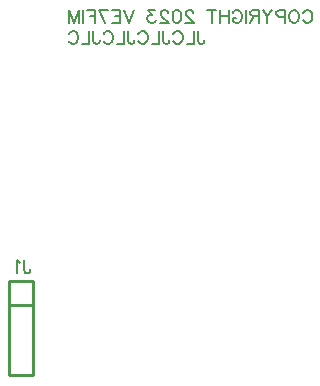
<source format=gbo>
G04 Layer: BottomSilkscreenLayer*
G04 EasyEDA v6.5.34, 2023-09-07 21:51:12*
G04 4e1002d8ee0c4305b874fa033b0cf6ff,5a6b42c53f6a479593ecc07194224c93,10*
G04 Gerber Generator version 0.2*
G04 Scale: 100 percent, Rotated: No, Reflected: No *
G04 Dimensions in millimeters *
G04 leading zeros omitted , absolute positions ,4 integer and 5 decimal *
%FSLAX45Y45*%
%MOMM*%

%ADD10C,0.1520*%
%ADD11C,0.1524*%
%ADD12C,0.2540*%

%LPD*%
D10*
X1878444Y5423938D02*
G01*
X1878444Y5340812D01*
X1883641Y5325224D01*
X1888835Y5320029D01*
X1899226Y5314835D01*
X1909617Y5314835D01*
X1920008Y5320029D01*
X1925205Y5325224D01*
X1930400Y5340812D01*
X1930400Y5351203D01*
X1844154Y5423938D02*
G01*
X1844154Y5314835D01*
X1844154Y5314835D02*
G01*
X1781810Y5314835D01*
X1669587Y5397962D02*
G01*
X1674784Y5408353D01*
X1685175Y5418744D01*
X1695564Y5423938D01*
X1716346Y5423938D01*
X1726737Y5418744D01*
X1737128Y5408353D01*
X1742325Y5397962D01*
X1747520Y5382374D01*
X1747520Y5356397D01*
X1742325Y5340812D01*
X1737128Y5330421D01*
X1726737Y5320029D01*
X1716346Y5314835D01*
X1695564Y5314835D01*
X1685175Y5320029D01*
X1674784Y5330421D01*
X1669587Y5340812D01*
X1583344Y5423938D02*
G01*
X1583344Y5340812D01*
X1588538Y5325224D01*
X1593735Y5320029D01*
X1604124Y5314835D01*
X1614515Y5314835D01*
X1624906Y5320029D01*
X1630103Y5325224D01*
X1635297Y5340812D01*
X1635297Y5351203D01*
X1549054Y5423938D02*
G01*
X1549054Y5314835D01*
X1549054Y5314835D02*
G01*
X1486707Y5314835D01*
X1374485Y5397962D02*
G01*
X1379682Y5408353D01*
X1390073Y5418744D01*
X1400464Y5423938D01*
X1421244Y5423938D01*
X1431635Y5418744D01*
X1442026Y5408353D01*
X1447223Y5397962D01*
X1452417Y5382374D01*
X1452417Y5356397D01*
X1447223Y5340812D01*
X1442026Y5330421D01*
X1431635Y5320029D01*
X1421244Y5314835D01*
X1400464Y5314835D01*
X1390073Y5320029D01*
X1379682Y5330421D01*
X1374485Y5340812D01*
X1288242Y5423938D02*
G01*
X1288242Y5340812D01*
X1293436Y5325224D01*
X1298633Y5320029D01*
X1309024Y5314835D01*
X1319415Y5314835D01*
X1329804Y5320029D01*
X1335001Y5325224D01*
X1340195Y5340812D01*
X1340195Y5351203D01*
X1253952Y5423938D02*
G01*
X1253952Y5314835D01*
X1253952Y5314835D02*
G01*
X1191605Y5314835D01*
X1079385Y5397962D02*
G01*
X1084579Y5408353D01*
X1094971Y5418744D01*
X1105362Y5423938D01*
X1126144Y5423938D01*
X1136535Y5418744D01*
X1146924Y5408353D01*
X1152121Y5397962D01*
X1157315Y5382374D01*
X1157315Y5356397D01*
X1152121Y5340812D01*
X1146924Y5330421D01*
X1136535Y5320029D01*
X1126144Y5314835D01*
X1105362Y5314835D01*
X1094971Y5320029D01*
X1084579Y5330421D01*
X1079385Y5340812D01*
X993139Y5423938D02*
G01*
X993139Y5340812D01*
X998334Y5325224D01*
X1003531Y5320029D01*
X1013922Y5314835D01*
X1024313Y5314835D01*
X1034704Y5320029D01*
X1039898Y5325224D01*
X1045095Y5340812D01*
X1045095Y5351203D01*
X958850Y5423938D02*
G01*
X958850Y5314835D01*
X958850Y5314835D02*
G01*
X896505Y5314835D01*
X784283Y5397962D02*
G01*
X789477Y5408353D01*
X799868Y5418744D01*
X810260Y5423938D01*
X831042Y5423938D01*
X841433Y5418744D01*
X851824Y5408353D01*
X857018Y5397962D01*
X862215Y5382374D01*
X862215Y5356397D01*
X857018Y5340812D01*
X851824Y5330421D01*
X841433Y5320029D01*
X831042Y5314835D01*
X810260Y5314835D01*
X799868Y5320029D01*
X789477Y5330421D01*
X784283Y5340812D01*
D11*
X2766867Y5575762D02*
G01*
X2772064Y5586153D01*
X2782455Y5596544D01*
X2792844Y5601738D01*
X2813626Y5601738D01*
X2824017Y5596544D01*
X2834408Y5586153D01*
X2839605Y5575762D01*
X2844800Y5560174D01*
X2844800Y5534197D01*
X2839605Y5518612D01*
X2834408Y5508221D01*
X2824017Y5497829D01*
X2813626Y5492635D01*
X2792844Y5492635D01*
X2782455Y5497829D01*
X2772064Y5508221D01*
X2766867Y5518612D01*
X2701404Y5601738D02*
G01*
X2711795Y5596544D01*
X2722186Y5586153D01*
X2727383Y5575762D01*
X2732577Y5560174D01*
X2732577Y5534197D01*
X2727383Y5518612D01*
X2722186Y5508221D01*
X2711795Y5497829D01*
X2701404Y5492635D01*
X2680624Y5492635D01*
X2670233Y5497829D01*
X2659842Y5508221D01*
X2654645Y5518612D01*
X2649451Y5534197D01*
X2649451Y5560174D01*
X2654645Y5575762D01*
X2659842Y5586153D01*
X2670233Y5596544D01*
X2680624Y5601738D01*
X2701404Y5601738D01*
X2615161Y5601738D02*
G01*
X2615161Y5492635D01*
X2615161Y5601738D02*
G01*
X2568402Y5601738D01*
X2552814Y5596544D01*
X2547620Y5591347D01*
X2542425Y5580956D01*
X2542425Y5565371D01*
X2547620Y5554979D01*
X2552814Y5549785D01*
X2568402Y5544588D01*
X2615161Y5544588D01*
X2508135Y5601738D02*
G01*
X2466571Y5549785D01*
X2466571Y5492635D01*
X2425006Y5601738D02*
G01*
X2466571Y5549785D01*
X2390716Y5601738D02*
G01*
X2390716Y5492635D01*
X2390716Y5601738D02*
G01*
X2343957Y5601738D01*
X2328372Y5596544D01*
X2323175Y5591347D01*
X2317981Y5580956D01*
X2317981Y5570565D01*
X2323175Y5560174D01*
X2328372Y5554979D01*
X2343957Y5549785D01*
X2390716Y5549785D01*
X2354348Y5549785D02*
G01*
X2317981Y5492635D01*
X2283691Y5601738D02*
G01*
X2283691Y5492635D01*
X2171468Y5575762D02*
G01*
X2176665Y5586153D01*
X2187054Y5596544D01*
X2197445Y5601738D01*
X2218227Y5601738D01*
X2228618Y5596544D01*
X2239009Y5586153D01*
X2244204Y5575762D01*
X2249401Y5560174D01*
X2249401Y5534197D01*
X2244204Y5518612D01*
X2239009Y5508221D01*
X2228618Y5497829D01*
X2218227Y5492635D01*
X2197445Y5492635D01*
X2187054Y5497829D01*
X2176665Y5508221D01*
X2171468Y5518612D01*
X2171468Y5534197D01*
X2197445Y5534197D02*
G01*
X2171468Y5534197D01*
X2137178Y5601738D02*
G01*
X2137178Y5492635D01*
X2064443Y5601738D02*
G01*
X2064443Y5492635D01*
X2137178Y5549785D02*
G01*
X2064443Y5549785D01*
X1993785Y5601738D02*
G01*
X1993785Y5492635D01*
X2030153Y5601738D02*
G01*
X1957415Y5601738D01*
X1837921Y5575762D02*
G01*
X1837921Y5580956D01*
X1832724Y5591347D01*
X1827529Y5596544D01*
X1817138Y5601738D01*
X1796356Y5601738D01*
X1785965Y5596544D01*
X1780771Y5591347D01*
X1775574Y5580956D01*
X1775574Y5570565D01*
X1780771Y5560174D01*
X1791162Y5544588D01*
X1843115Y5492635D01*
X1770379Y5492635D01*
X1704916Y5601738D02*
G01*
X1720504Y5596544D01*
X1730895Y5580956D01*
X1736089Y5554979D01*
X1736089Y5539394D01*
X1730895Y5513415D01*
X1720504Y5497829D01*
X1704916Y5492635D01*
X1694525Y5492635D01*
X1678939Y5497829D01*
X1668548Y5513415D01*
X1663354Y5539394D01*
X1663354Y5554979D01*
X1668548Y5580956D01*
X1678939Y5596544D01*
X1694525Y5601738D01*
X1704916Y5601738D01*
X1623867Y5575762D02*
G01*
X1623867Y5580956D01*
X1618673Y5591347D01*
X1613476Y5596544D01*
X1603085Y5601738D01*
X1582305Y5601738D01*
X1571914Y5596544D01*
X1566717Y5591347D01*
X1561523Y5580956D01*
X1561523Y5570565D01*
X1566717Y5560174D01*
X1577108Y5544588D01*
X1629064Y5492635D01*
X1556326Y5492635D01*
X1511645Y5601738D02*
G01*
X1454495Y5601738D01*
X1485668Y5560174D01*
X1470083Y5560174D01*
X1459692Y5554979D01*
X1454495Y5549785D01*
X1449301Y5534197D01*
X1449301Y5523806D01*
X1454495Y5508221D01*
X1464886Y5497829D01*
X1480474Y5492635D01*
X1496060Y5492635D01*
X1511645Y5497829D01*
X1516842Y5503024D01*
X1522036Y5513415D01*
X1335001Y5601738D02*
G01*
X1293436Y5492635D01*
X1251874Y5601738D02*
G01*
X1293436Y5492635D01*
X1217584Y5601738D02*
G01*
X1217584Y5492635D01*
X1217584Y5601738D02*
G01*
X1150043Y5601738D01*
X1217584Y5549785D02*
G01*
X1176020Y5549785D01*
X1217584Y5492635D02*
G01*
X1150043Y5492635D01*
X1043015Y5601738D02*
G01*
X1094971Y5492635D01*
X1115753Y5601738D02*
G01*
X1043015Y5601738D01*
X1008725Y5601738D02*
G01*
X1008725Y5492635D01*
X1008725Y5601738D02*
G01*
X941184Y5601738D01*
X1008725Y5549785D02*
G01*
X967163Y5549785D01*
X906894Y5601738D02*
G01*
X906894Y5492635D01*
X872604Y5601738D02*
G01*
X872604Y5492635D01*
X872604Y5601738D02*
G01*
X831042Y5492635D01*
X789477Y5601738D02*
G01*
X831042Y5492635D01*
X789477Y5601738D02*
G01*
X789477Y5492635D01*
X405239Y3480818D02*
G01*
X405239Y3397691D01*
X410436Y3382103D01*
X415630Y3376909D01*
X426021Y3371715D01*
X436412Y3371715D01*
X446803Y3376909D01*
X452000Y3382103D01*
X457194Y3397691D01*
X457194Y3408083D01*
X370949Y3460036D02*
G01*
X360560Y3465233D01*
X344972Y3480818D01*
X344972Y3371715D01*
D12*
X279400Y3105195D02*
G01*
X469900Y3105195D01*
X281000Y3308294D02*
G01*
X281000Y2508295D01*
X480999Y2508295D01*
X480999Y3308294D01*
X281000Y3308294D01*
M02*

</source>
